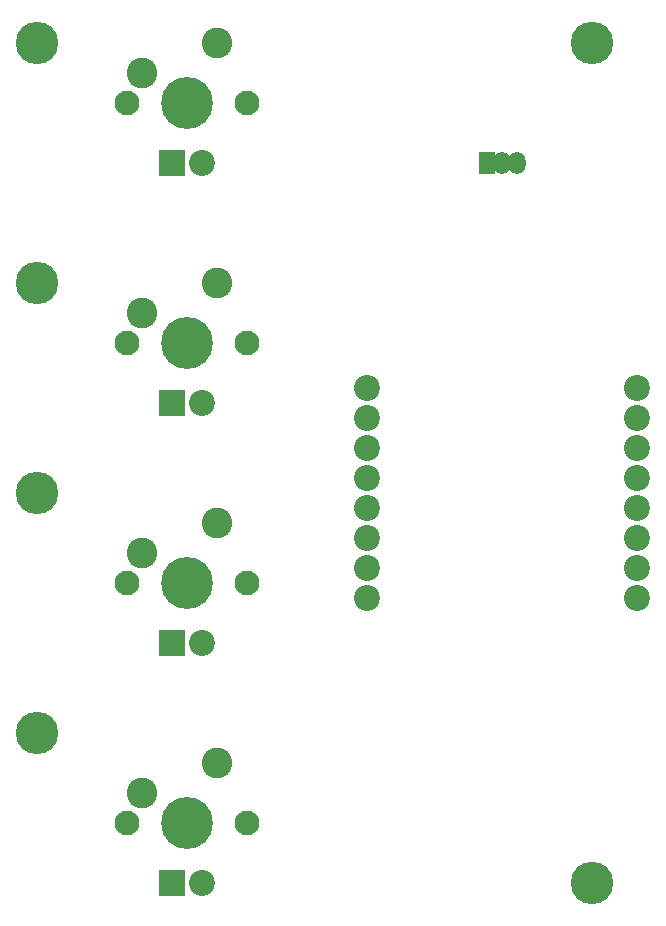
<source format=gbs>
G04 #@! TF.GenerationSoftware,KiCad,Pcbnew,5.0.0-fee4fd1~66~ubuntu16.04.1*
G04 #@! TF.CreationDate,2018-08-10T21:55:03+02:00*
G04 #@! TF.ProjectId,ESP-Cerry,4553502D43657272792E6B696361645F,rev?*
G04 #@! TF.SameCoordinates,Original*
G04 #@! TF.FileFunction,Soldermask,Bot*
G04 #@! TF.FilePolarity,Negative*
%FSLAX46Y46*%
G04 Gerber Fmt 4.6, Leading zero omitted, Abs format (unit mm)*
G04 Created by KiCad (PCBNEW 5.0.0-fee4fd1~66~ubuntu16.04.1) date Fri Aug 10 21:55:03 2018*
%MOMM*%
%LPD*%
G01*
G04 APERTURE LIST*
%ADD10C,2.200000*%
%ADD11R,2.200000X2.200000*%
%ADD12C,2.600000*%
%ADD13C,4.400000*%
%ADD14C,2.100000*%
%ADD15C,3.600000*%
%ADD16O,1.450000X1.900000*%
%ADD17R,1.450000X1.900000*%
G04 APERTURE END LIST*
D10*
G04 #@! TO.C,U1*
X165100000Y-74930000D03*
X165100000Y-72390000D03*
X165100000Y-69850000D03*
X165100000Y-67310000D03*
X165100000Y-64770000D03*
X165100000Y-62230000D03*
X165100000Y-59690000D03*
X165100000Y-57150000D03*
X187960000Y-57150000D03*
X187960000Y-59690000D03*
X187960000Y-62230000D03*
X187960000Y-64770000D03*
X187960000Y-67310000D03*
X187960000Y-69850000D03*
X187960000Y-72390000D03*
X187960000Y-74930000D03*
G04 #@! TD*
G04 #@! TO.C,D1*
X151130000Y-38100000D03*
D11*
X148590000Y-38100000D03*
G04 #@! TD*
G04 #@! TO.C,D2*
X148590000Y-58420000D03*
D10*
X151130000Y-58420000D03*
G04 #@! TD*
G04 #@! TO.C,D3*
X151130000Y-78740000D03*
D11*
X148590000Y-78740000D03*
G04 #@! TD*
G04 #@! TO.C,D4*
X148590000Y-99060000D03*
D10*
X151130000Y-99060000D03*
G04 #@! TD*
D12*
G04 #@! TO.C,SW1*
X152400000Y-27940000D03*
X146050000Y-30480000D03*
D13*
X149860000Y-33020000D03*
D14*
X144780000Y-33020000D03*
X154940000Y-33020000D03*
G04 #@! TD*
G04 #@! TO.C,SW2*
X154940000Y-53340000D03*
X144780000Y-53340000D03*
D13*
X149860000Y-53340000D03*
D12*
X146050000Y-50800000D03*
X152400000Y-48260000D03*
G04 #@! TD*
G04 #@! TO.C,SW3*
X152400000Y-68580000D03*
X146050000Y-71120000D03*
D13*
X149860000Y-73660000D03*
D14*
X144780000Y-73660000D03*
X154940000Y-73660000D03*
G04 #@! TD*
G04 #@! TO.C,SW4*
X154940000Y-93980000D03*
X144780000Y-93980000D03*
D13*
X149860000Y-93980000D03*
D12*
X146050000Y-91440000D03*
X152400000Y-88900000D03*
G04 #@! TD*
D15*
G04 #@! TO.C,MH1*
X184150000Y-27940000D03*
G04 #@! TD*
G04 #@! TO.C,MH2*
X184150000Y-99060000D03*
G04 #@! TD*
G04 #@! TO.C,MH3*
X137160000Y-27940000D03*
G04 #@! TD*
G04 #@! TO.C,MH4*
X137160000Y-86360000D03*
G04 #@! TD*
G04 #@! TO.C,MH5*
X137160000Y-48260000D03*
G04 #@! TD*
G04 #@! TO.C,MH6*
X137160000Y-66040000D03*
G04 #@! TD*
D16*
G04 #@! TO.C,U2*
X176530000Y-38100000D03*
X177800000Y-38100000D03*
D17*
X175260000Y-38100000D03*
G04 #@! TD*
M02*

</source>
